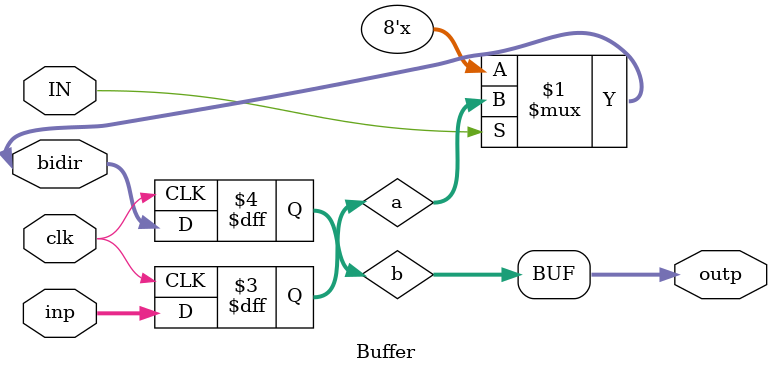
<source format=v>
`timescale 1ns / 1ps
module Buffer (IN, clk, inp, outp, bidir);


input   IN;//selector
input   clk;
input   [7:0] inp;//entrada_datos, dato q quiero enviar
output  [7:0] outp;//salida, dato q se recibe de rtc
inout   [7:0] bidir;//IN_OUT_RTC

reg     [7:0] a;
reg     [7:0] b;

assign bidir = IN ? a : 8'bZ ;
assign outp  = b;

// Always Construct

always @ (posedge clk)
begin
    b <= bidir;
    a <= inp;
end

endmodule

</source>
